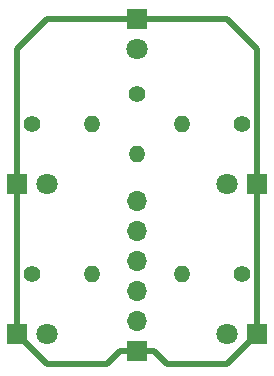
<source format=gbr>
%TF.GenerationSoftware,KiCad,Pcbnew,7.0.8*%
%TF.CreationDate,2023-11-19T21:35:35-05:00*%
%TF.ProjectId,Light Pcb,4c696768-7420-4506-9362-2e6b69636164,rev?*%
%TF.SameCoordinates,Original*%
%TF.FileFunction,Copper,L2,Bot*%
%TF.FilePolarity,Positive*%
%FSLAX46Y46*%
G04 Gerber Fmt 4.6, Leading zero omitted, Abs format (unit mm)*
G04 Created by KiCad (PCBNEW 7.0.8) date 2023-11-19 21:35:35*
%MOMM*%
%LPD*%
G01*
G04 APERTURE LIST*
%TA.AperFunction,ComponentPad*%
%ADD10C,1.400000*%
%TD*%
%TA.AperFunction,ComponentPad*%
%ADD11O,1.400000X1.400000*%
%TD*%
%TA.AperFunction,ComponentPad*%
%ADD12R,1.800000X1.800000*%
%TD*%
%TA.AperFunction,ComponentPad*%
%ADD13C,1.800000*%
%TD*%
%TA.AperFunction,ComponentPad*%
%ADD14R,1.700000X1.700000*%
%TD*%
%TA.AperFunction,ComponentPad*%
%ADD15O,1.700000X1.700000*%
%TD*%
%TA.AperFunction,Conductor*%
%ADD16C,0.500000*%
%TD*%
G04 APERTURE END LIST*
D10*
%TO.P,R1,1*%
%TO.N,Net-(D1-A)*%
X101600000Y-55880000D03*
D11*
%TO.P,R1,2*%
%TO.N,Net-(J1-Pin_6)*%
X101600000Y-60960000D03*
%TD*%
D10*
%TO.P,R3,1*%
%TO.N,Net-(D3-A)*%
X92710000Y-71120000D03*
D11*
%TO.P,R3,2*%
%TO.N,Net-(J1-Pin_4)*%
X97790000Y-71120000D03*
%TD*%
D10*
%TO.P,R2,1*%
%TO.N,Net-(D2-A)*%
X92710000Y-58420000D03*
D11*
%TO.P,R2,2*%
%TO.N,Net-(J1-Pin_5)*%
X97790000Y-58420000D03*
%TD*%
D12*
%TO.P,D1,1,K*%
%TO.N,Net-(D1-K)*%
X101600000Y-49530000D03*
D13*
%TO.P,D1,2,A*%
%TO.N,Net-(D1-A)*%
X101600000Y-52070000D03*
%TD*%
D14*
%TO.P,J1,1,Pin_1*%
%TO.N,Net-(D1-K)*%
X101600000Y-77660000D03*
D15*
%TO.P,J1,2,Pin_2*%
%TO.N,Net-(J1-Pin_2)*%
X101600000Y-75120000D03*
%TO.P,J1,3,Pin_3*%
%TO.N,Net-(J1-Pin_3)*%
X101600000Y-72580000D03*
%TO.P,J1,4,Pin_4*%
%TO.N,Net-(J1-Pin_4)*%
X101600000Y-70040000D03*
%TO.P,J1,5,Pin_5*%
%TO.N,Net-(J1-Pin_5)*%
X101600000Y-67500000D03*
%TO.P,J1,6,Pin_6*%
%TO.N,Net-(J1-Pin_6)*%
X101600000Y-64960000D03*
%TD*%
D10*
%TO.P,R4,1*%
%TO.N,Net-(D4-A)*%
X110490000Y-71120000D03*
D11*
%TO.P,R4,2*%
%TO.N,Net-(J1-Pin_2)*%
X105410000Y-71120000D03*
%TD*%
D12*
%TO.P,D2,1,K*%
%TO.N,Net-(D1-K)*%
X91440000Y-63500000D03*
D13*
%TO.P,D2,2,A*%
%TO.N,Net-(D2-A)*%
X93980000Y-63500000D03*
%TD*%
D12*
%TO.P,D5,1,K*%
%TO.N,Net-(D1-K)*%
X111760000Y-63500000D03*
D13*
%TO.P,D5,2,A*%
%TO.N,Net-(D5-A)*%
X109220000Y-63500000D03*
%TD*%
D12*
%TO.P,D4,1,K*%
%TO.N,Net-(D1-K)*%
X111760000Y-76200000D03*
D13*
%TO.P,D4,2,A*%
%TO.N,Net-(D4-A)*%
X109220000Y-76200000D03*
%TD*%
D10*
%TO.P,R5,1*%
%TO.N,Net-(D5-A)*%
X110490000Y-58420000D03*
D11*
%TO.P,R5,2*%
%TO.N,Net-(J1-Pin_3)*%
X105410000Y-58420000D03*
%TD*%
D12*
%TO.P,D3,1,K*%
%TO.N,Net-(D1-K)*%
X91440000Y-76200000D03*
D13*
%TO.P,D3,2,A*%
%TO.N,Net-(D3-A)*%
X93980000Y-76200000D03*
%TD*%
D16*
%TO.N,Net-(D1-K)*%
X91440000Y-76200000D02*
X93980000Y-78740000D01*
X100140000Y-77660000D02*
X101600000Y-77660000D01*
X101600000Y-49530000D02*
X93980000Y-49530000D01*
X91440000Y-52070000D02*
X91440000Y-63500000D01*
X103060000Y-77660000D02*
X104140000Y-78740000D01*
X109220000Y-78740000D02*
X111760000Y-76200000D01*
X111760000Y-63500000D02*
X111760000Y-52070000D01*
X111760000Y-52070000D02*
X109220000Y-49530000D01*
X109220000Y-49530000D02*
X101600000Y-49530000D01*
X93980000Y-78740000D02*
X99060000Y-78740000D01*
X91440000Y-63500000D02*
X91440000Y-76200000D01*
X111760000Y-76200000D02*
X111760000Y-63500000D01*
X104140000Y-78740000D02*
X109220000Y-78740000D01*
X101600000Y-77660000D02*
X103060000Y-77660000D01*
X99060000Y-78740000D02*
X100140000Y-77660000D01*
X93980000Y-49530000D02*
X91440000Y-52070000D01*
%TD*%
M02*

</source>
